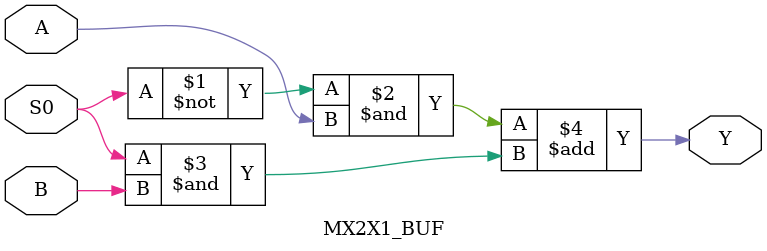
<source format=v>


module MX2X1_BUF (Y, A, B, S0);
	output Y;
	input A, B, S0;

	assign Y = ((~S0) & A) + (S0 & B );

endmodule

</source>
